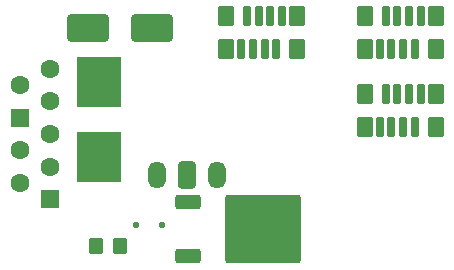
<source format=gts>
G04 #@! TF.GenerationSoftware,KiCad,Pcbnew,8.0.9-8.0.9-0~ubuntu20.04.1*
G04 #@! TF.CreationDate,2025-08-07T15:34:15-05:00*
G04 #@! TF.ProjectId,PLATO_JUNCTION_BOARD,504c4154-4f5f-44a5-954e-4354494f4e5f,rev?*
G04 #@! TF.SameCoordinates,Original*
G04 #@! TF.FileFunction,Soldermask,Top*
G04 #@! TF.FilePolarity,Negative*
%FSLAX46Y46*%
G04 Gerber Fmt 4.6, Leading zero omitted, Abs format (unit mm)*
G04 Created by KiCad (PCBNEW 8.0.9-8.0.9-0~ubuntu20.04.1) date 2025-08-07 15:34:15*
%MOMM*%
%LPD*%
G01*
G04 APERTURE LIST*
G04 Aperture macros list*
%AMRoundRect*
0 Rectangle with rounded corners*
0 $1 Rounding radius*
0 $2 $3 $4 $5 $6 $7 $8 $9 X,Y pos of 4 corners*
0 Add a 4 corners polygon primitive as box body*
4,1,4,$2,$3,$4,$5,$6,$7,$8,$9,$2,$3,0*
0 Add four circle primitives for the rounded corners*
1,1,$1+$1,$2,$3*
1,1,$1+$1,$4,$5*
1,1,$1+$1,$6,$7*
1,1,$1+$1,$8,$9*
0 Add four rect primitives between the rounded corners*
20,1,$1+$1,$2,$3,$4,$5,0*
20,1,$1+$1,$4,$5,$6,$7,0*
20,1,$1+$1,$6,$7,$8,$9,0*
20,1,$1+$1,$8,$9,$2,$3,0*%
G04 Aperture macros list end*
%ADD10RoundRect,0.250000X-0.550000X0.550000X-0.550000X-0.550000X0.550000X-0.550000X0.550000X0.550000X0*%
%ADD11C,1.600000*%
%ADD12R,3.810000X4.240000*%
%ADD13RoundRect,0.249997X-2.950003X-2.650003X2.950003X-2.650003X2.950003X2.650003X-2.950003X2.650003X0*%
%ADD14RoundRect,0.250000X-0.850000X-0.350000X0.850000X-0.350000X0.850000X0.350000X-0.850000X0.350000X0*%
%ADD15RoundRect,0.250000X0.350000X0.450000X-0.350000X0.450000X-0.350000X-0.450000X0.350000X-0.450000X0*%
%ADD16RoundRect,0.125000X0.125000X0.125000X-0.125000X0.125000X-0.125000X-0.125000X0.125000X-0.125000X0*%
%ADD17RoundRect,0.102000X0.200000X0.750000X-0.200000X0.750000X-0.200000X-0.750000X0.200000X-0.750000X0*%
%ADD18RoundRect,0.102000X0.550000X0.750000X-0.550000X0.750000X-0.550000X-0.750000X0.550000X-0.750000X0*%
%ADD19RoundRect,0.250000X-1.500000X-0.900000X1.500000X-0.900000X1.500000X0.900000X-1.500000X0.900000X0*%
%ADD20O,1.500000X2.300000*%
%ADD21RoundRect,0.250000X0.500000X0.900000X-0.500000X0.900000X-0.500000X-0.900000X0.500000X-0.900000X0*%
G04 APERTURE END LIST*
D10*
X104110331Y-117040001D03*
D11*
X104110331Y-114270001D03*
X104110331Y-111500000D03*
X104110331Y-108730001D03*
X104110331Y-105960001D03*
X101570331Y-115655001D03*
X101570331Y-112885001D03*
D10*
X101570331Y-110115001D03*
D11*
X101570331Y-107345001D03*
D12*
X108200000Y-107115000D03*
X108200000Y-113485000D03*
D13*
X122100001Y-119572500D03*
D14*
X115800000Y-121852500D03*
X115800000Y-117292500D03*
D15*
X110000000Y-121000000D03*
X108000000Y-121000000D03*
D16*
X113599999Y-119250000D03*
X111400001Y-119250000D03*
D17*
X132000000Y-110900000D03*
X132500001Y-108100000D03*
X133000000Y-110900000D03*
X133500000Y-108100000D03*
X134000000Y-110900000D03*
X134500000Y-108100000D03*
X134999999Y-110900000D03*
X135500000Y-108100000D03*
D18*
X130750000Y-110900000D03*
X130750000Y-108100000D03*
X136750000Y-110900000D03*
X136750000Y-108100000D03*
D17*
X132000000Y-104300000D03*
X132500000Y-101500000D03*
X133000000Y-104300000D03*
X133500000Y-101500000D03*
X134000000Y-104300000D03*
X134500000Y-101500000D03*
X135000000Y-104300000D03*
X135500000Y-101500000D03*
D18*
X130750000Y-104300000D03*
X130750000Y-101500000D03*
X136750000Y-104300000D03*
X136750000Y-101500000D03*
D17*
X120250000Y-104300000D03*
X120750000Y-101500000D03*
X121250000Y-104300000D03*
X121750000Y-101500000D03*
X122250000Y-104300000D03*
X122750000Y-101500000D03*
X123250000Y-104300000D03*
X123750000Y-101500000D03*
D18*
X119000000Y-104300000D03*
X119000000Y-101500000D03*
X125000000Y-104300000D03*
X125000000Y-101500000D03*
D19*
X107300000Y-102500000D03*
X112700000Y-102500000D03*
D20*
X118197000Y-114957500D03*
D21*
X115657000Y-114957500D03*
D20*
X113117001Y-114957500D03*
M02*

</source>
